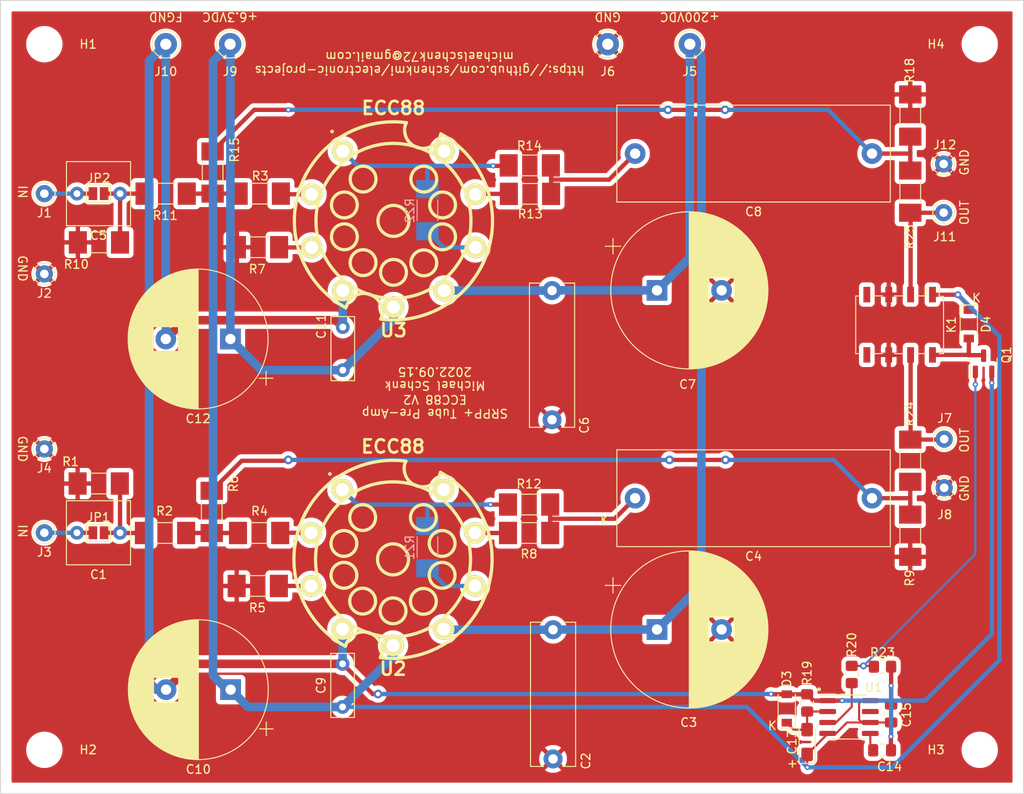
<source format=kicad_pcb>
(kicad_pcb (version 20211014) (generator pcbnew)
  (layers (0 "F.Cu" signal) (31 "B.Cu" signal) (34 "B.Paste" user) (35 "F.Paste" user) (36 "B.SilkS" user "B.Silkscreen") (37 "F.SilkS" user "F.Silkscreen") (38 "B.Mask" user) (39 "F.Mask" user) (44 "Edge.Cuts" user))
  (net 0 "")
  (net 1 "Net-(C1-Pad2)")
  (net 2 "Net-(C1-Pad1)")
  (net 3 "GND")
  (net 4 "VDDA")
  (net 5 "Net-(C4-Pad2)")
  (net 6 "Net-(C4-Pad1)")
  (net 7 "Net-(C8-Pad1)")
  (net 8 "Net-(C5-Pad2)")
  (net 9 "Net-(C5-Pad1)")
  (net 10 "Net-(C8-Pad2)")
  (net 11 "FVCC")
  (net 12 "Net-(R11-Pad1)")
  (net 13 "FGND")
  (net 14 "Net-(R2-Pad1)")
  (net 15 "Net-(R3-Pad2)")
  (net 16 "Net-(R4-Pad2)")
  (net 17 "Net-(C13-Pad2)")
  (net 18 "Net-(C14-Pad1)")
  (net 19 "Net-(D4-Pad2)")
  (net 20 "Net-(J11-Pad1)")
  (net 21 "Net-(Q1-Pad1)")
  (net 22 "Net-(R20-Pad2)")
  (net 23 "Net-(J7-Pad1)")
  (net 27 "Net-(R5-Pad1)")
  (net 28 "Net-(R7-Pad1)")
  (net 29 "Net-(R8-Pad1)")
  (net 30 "Net-(R12-Pad2)")
  (net 31 "Net-(R13-Pad1)")
  (net 32 "Net-(R14-Pad2)")
  (net 33 "Net-(R21-Pad2)")
  (net 34 "Net-(R22-Pad2)")
  (footprint "Capacitor_THT:C_Rect_L7.2mm_W7.2mm_P5.00mm_FKS2_FKP2_MKS2_MKP2" (layer "F.Cu") (at 52.5996 132.9182 180)
    (fp_text reference "C1" (at 2.5 -4.85) (layer "F.SilkS"))
    (fp_text value "3.3uF")
    (pad "1" thru_hole circle (at 0 0 180) (size 1.6 1.6) (drill 0.8) (layers *.Cu *.Mask) (net 2 "Net-(C1-Pad1)"))
    (pad "2" thru_hole circle (at 5 0 180) (size 1.6 1.6) (drill 0.8) (layers *.Cu *.Mask) (net 1 "Net-(C1-Pad2)"))
  )
  (footprint "Capacitor_THT:C_Rect_L16.5mm_W5.0mm_P15.00mm_MKT" (layer "F.Cu") (at 102.87 144.1704 -90)
    (fp_text reference "C2" (at 15.24 -3.81 90) (layer "F.SilkS"))
    (fp_text value "100nF")
    (pad "1" thru_hole circle (at 0 0 270) (size 2.2 2.2) (drill 1.1) (layers *.Cu *.Mask) (net 4 "VDDA"))
    (pad "2" thru_hole circle (at 15 0 270) (size 2.2 2.2) (drill 1.1) (layers *.Cu *.Mask) (net 3 "GND"))
  )
  (footprint "Capacitor_THT:CP_Radial_D18.0mm_P7.50mm" (layer "F.Cu") (at 114.935 144.145)
    (fp_text reference "C3" (at 3.683 10.795) (layer "F.SilkS"))
    (fp_text value "100uF")
    (pad "1" thru_hole rect (at 0 0) (size 2.4 2.4) (drill 1.2) (layers *.Cu *.Mask) (net 4 "VDDA"))
    (pad "2" thru_hole circle (at 7.5 0) (size 2.4 2.4) (drill 1.2) (layers *.Cu *.Mask) (net 3 "GND"))
  )
  (footprint "Capacitor_THT:C_Rect_L31.5mm_W11.0mm_P27.50mm_MKS4" (layer "F.Cu") (at 139.895 128.905 180)
    (fp_text reference "C4" (at 13.75 -6.75) (layer "F.SilkS"))
    (fp_text value "2.2uF")
    (pad "1" thru_hole circle (at 0 0 180) (size 2.4 2.4) (drill 1.2) (layers *.Cu *.Mask) (net 6 "Net-(C4-Pad1)"))
    (pad "2" thru_hole circle (at 27.5 0 180) (size 2.4 2.4) (drill 1.2) (layers *.Cu *.Mask) (net 5 "Net-(C4-Pad2)"))
  )
  (footprint "MountingHole:MountingHole_3.2mm_M3" (layer "F.Cu") (at 43.815 76.2)
    (fp_text reference "H1" (at 5.08 0) (layer "F.SilkS"))
    (fp_text value "MountingHole")
    (pad "" np_thru_hole circle (at 0 0) (size 3.2 3.2) (drill 3.2) (layers *.Cu *.Mask))
  )
  (footprint "MountingHole:MountingHole_3.2mm_M3" (layer "F.Cu") (at 43.815 158.115)
    (fp_text reference "H2" (at 5.08 0) (layer "F.SilkS"))
    (fp_text value "MountingHole")
    (pad "" np_thru_hole circle (at 0 0) (size 3.2 3.2) (drill 3.2) (layers *.Cu *.Mask))
  )
  (footprint "MountingHole:MountingHole_3.2mm_M3" (layer "F.Cu") (at 152.4 158.115)
    (fp_text reference "H3" (at -5.08 0) (layer "F.SilkS"))
    (fp_text value "MountingHole")
    (pad "" np_thru_hole circle (at 0 0) (size 3.2 3.2) (drill 3.2) (layers *.Cu *.Mask))
  )
  (footprint "MountingHole:MountingHole_3.2mm_M3" (layer "F.Cu") (at 152.4 76.2)
    (fp_text reference "H4" (at -5.08 0) (layer "F.SilkS"))
    (fp_text value "MountingHole")
    (pad "" np_thru_hole circle (at 0 0) (size 3.2 3.2) (drill 3.2) (layers *.Cu *.Mask))
  )
  (footprint "Connector_Pin:Pin_D1.0mm_L10.0mm" (layer "F.Cu") (at 43.815 132.9182)
    (fp_text reference "J3" (at 0 2.25) (layer "F.SilkS"))
    (fp_text value "Conn_01x01")
    (pad "1" thru_hole circle (at 0 0) (size 2 2) (drill 1) (layers *.Cu *.Mask) (net 1 "Net-(C1-Pad2)"))
  )
  (footprint "Connector_Pin:Pin_D1.0mm_L10.0mm" (layer "F.Cu") (at 43.815 123.19)
    (fp_text reference "J4" (at 0 2.25) (layer "F.SilkS"))
    (fp_text value "Conn_01x01")
    (pad "1" thru_hole circle (at 0 0) (size 2 2) (drill 1) (layers *.Cu *.Mask) (net 3 "GND"))
  )
  (footprint "Connector_Pin:Pin_D1.3mm_L11.0mm" (layer "F.Cu") (at 118.745 76.2)
    (fp_text reference "J5" (at 0 3.175) (layer "F.SilkS"))
    (fp_text value "Conn_01x01")
    (pad "1" thru_hole circle (at 0 0) (size 2.6 2.6) (drill 1.3) (layers *.Cu *.Mask) (net 4 "VDDA"))
  )
  (footprint "Connector_Pin:Pin_D1.3mm_L11.0mm" (layer "F.Cu") (at 109.22 76.2)
    (fp_text reference "J6" (at 0 3.175) (layer "F.SilkS"))
    (fp_text value "Conn_01x01")
    (pad "1" thru_hole circle (at 0 0) (size 2.6 2.6) (drill 1.3) (layers *.Cu *.Mask) (net 3 "GND"))
  )
  (footprint "Connector_Pin:Pin_D1.0mm_L10.0mm" (layer "F.Cu") (at 148.2725 127.6985)
    (fp_text reference "J8" (at 0.0635 3.1115) (layer "F.SilkS"))
    (fp_text value "Conn_01x01")
    (pad "1" thru_hole circle (at 0 0) (size 2 2) (drill 1) (layers *.Cu *.Mask) (net 3 "GND"))
  )
  (footprint "Resistor_SMD:R_MELF_MMB-0207" (layer "F.Cu") (at 50.128 127.2032 180)
    (fp_text reference "R1" (at 3.265 2.54) (layer "F.SilkS"))
    (fp_text value "1Meg")
    (pad "1" smd rect (at -2.45 0 180) (size 2.1 2.6) (layers "F.Cu" "F.Paste" "F.Mask") (net 2 "Net-(C1-Pad1)"))
    (pad "2" smd rect (at 2.45 0 180) (size 2.1 2.6) (layers "F.Cu" "F.Paste" "F.Mask") (net 3 "GND"))
  )
  (footprint "Resistor_SMD:R_MELF_MMB-0207" (layer "F.Cu") (at 57.822 132.9436 180)
    (fp_text reference "R2" (at 0.05 2.54) (layer "F.SilkS"))
    (fp_text value "10k")
    (pad "1" smd rect (at -2.45 0 180) (size 2.1 2.6) (layers "F.Cu" "F.Paste" "F.Mask") (net 14 "Net-(R2-Pad1)"))
    (pad "2" smd rect (at 2.45 0 180) (size 2.1 2.6) (layers "F.Cu" "F.Paste" "F.Mask") (net 2 "Net-(C1-Pad1)"))
  )
  (footprint "Resistor_SMD:R_MELF_MMB-0207" (layer "F.Cu") (at 68.8224 93.55)
    (fp_text reference "R3" (at 0.05 -2.05) (layer "F.SilkS"))
    (fp_text value "300R")
    (pad "1" smd rect (at -2.45 0) (size 2.1 2.6) (layers "F.Cu" "F.Paste" "F.Mask") (net 12 "Net-(R11-Pad1)"))
    (pad "2" smd rect (at 2.45 0) (size 2.1 2.6) (layers "F.Cu" "F.Paste" "F.Mask") (net 15 "Net-(R3-Pad2)"))
  )
  (footprint "Resistor_SMD:R_MELF_MMB-0207" (layer "F.Cu") (at 68.744 132.9436)
    (fp_text reference "R4" (at 0.05 -2.54) (layer "F.SilkS"))
    (fp_text value "300R")
    (pad "1" smd rect (at -2.45 0) (size 2.1 2.6) (layers "F.Cu" "F.Paste" "F.Mask") (net 14 "Net-(R2-Pad1)"))
    (pad "2" smd rect (at 2.45 0) (size 2.1 2.6) (layers "F.Cu" "F.Paste" "F.Mask") (net 16 "Net-(R4-Pad2)"))
  )
  (footprint "Resistor_SMD:R_MELF_MMB-0207" (layer "F.Cu") (at 68.5916 139.0904 180)
    (fp_text reference "R5" (at 0.05 -2.54) (layer "F.SilkS"))
    (fp_text value "200R")
    (pad "1" smd rect (at -2.45 0 180) (size 2.1 2.6) (layers "F.Cu" "F.Paste" "F.Mask") (net 27 "Net-(R5-Pad1)"))
    (pad "2" smd rect (at 2.45 0 180) (size 2.1 2.6) (layers "F.Cu" "F.Paste" "F.Mask") (net 3 "GND"))
  )
  (footprint "Resistor_SMD:R_MELF_MMB-0207" (layer "F.Cu") (at 63.246 130.4936 -90)
    (fp_text reference "R6" (at -3.265 -2.54 90) (layer "F.SilkS"))
    (fp_text value "22k")
    (pad "1" smd rect (at -2.45 0 270) (size 2.1 2.6) (layers "F.Cu" "F.Paste" "F.Mask") (net 6 "Net-(C4-Pad1)"))
    (pad "2" smd rect (at 2.45 0 270) (size 2.1 2.6) (layers "F.Cu" "F.Paste" "F.Mask") (net 14 "Net-(R2-Pad1)"))
  )
  (footprint "Resistor_SMD:R_MELF_MMB-0207" (layer "F.Cu") (at 68.617 99.7712 180)
    (fp_text reference "R7" (at 0.09 -2.54) (layer "F.SilkS"))
    (fp_text value "200R")
    (pad "1" smd rect (at -2.45 0 180) (size 2.1 2.6) (layers "F.Cu" "F.Paste" "F.Mask") (net 28 "Net-(R7-Pad1)"))
    (pad "2" smd rect (at 2.45 0 180) (size 2.1 2.6) (layers "F.Cu" "F.Paste" "F.Mask") (net 3 "GND"))
  )
  (footprint "Resistor_SMD:R_MELF_MMB-0207" (layer "F.Cu") (at 100.0876 132.9436)
    (fp_text reference "R8" (at -0.0116 2.4384) (layer "F.SilkS"))
    (fp_text value "150R")
    (pad "1" smd rect (at -2.45 0) (size 2.1 2.6) (layers "F.Cu" "F.Paste" "F.Mask") (net 29 "Net-(R8-Pad1)"))
    (pad "2" smd rect (at 2.45 0) (size 2.1 2.6) (layers "F.Cu" "F.Paste" "F.Mask") (net 5 "Net-(C4-Pad2)"))
  )
  (footprint "Resistor_SMD:R_MELF_MMB-0207" (layer "F.Cu") (at 144.3355 133.26 90)
    (fp_text reference "R9" (at -4.916 -0.0635 90) (layer "F.SilkS"))
    (fp_text value "1Meg")
    (pad "1" smd rect (at -2.45 0 90) (size 2.1 2.6) (layers "F.Cu" "F.Paste" "F.Mask") (net 3 "GND"))
    (pad "2" smd rect (at 2.45 0 90) (size 2.1 2.6) (layers "F.Cu" "F.Paste" "F.Mask") (net 6 "Net-(C4-Pad1)"))
  )
  (footprint "Capacitor_THT:C_Rect_L7.2mm_W7.2mm_P5.00mm_FKS2_FKP2_MKS2_MKP2" (layer "F.Cu") (at 52.6034 93.5482 180)
    (fp_text reference "C5" (at 2.5 -4.85) (layer "F.SilkS"))
    (fp_text value "3.3uF")
    (pad "1" thru_hole circle (at 0 0 180) (size 1.6 1.6) (drill 0.8) (layers *.Cu *.Mask) (net 9 "Net-(C5-Pad1)"))
    (pad "2" thru_hole circle (at 5 0 180) (size 1.6 1.6) (drill 0.8) (layers *.Cu *.Mask) (net 8 "Net-(C5-Pad2)"))
  )
  (footprint "Capacitor_THT:C_Rect_L16.5mm_W5.0mm_P15.00mm_MKT" (layer "F.Cu") (at 102.75 104.8 -90)
    (fp_text reference "C6" (at 15.635 -3.75 90) (layer "F.SilkS"))
    (fp_text value "100nF")
    (pad "1" thru_hole circle (at 0 0 270) (size 2.2 2.2) (drill 1.1) (layers *.Cu *.Mask) (net 4 "VDDA"))
    (pad "2" thru_hole circle (at 15 0 270) (size 2.2 2.2) (drill 1.1) (layers *.Cu *.Mask) (net 3 "GND"))
  )
  (footprint "Capacitor_THT:CP_Radial_D18.0mm_P7.50mm" (layer "F.Cu") (at 114.935 104.775)
    (fp_text reference "C7" (at 3.556 10.922) (layer "F.SilkS"))
    (fp_text value "100uF")
    (pad "1" thru_hole rect (at 0 0) (size 2.4 2.4) (drill 1.2) (layers *.Cu *.Mask) (net 4 "VDDA"))
    (pad "2" thru_hole circle (at 7.5 0) (size 2.4 2.4) (drill 1.2) (layers *.Cu *.Mask) (net 3 "GND"))
  )
  (footprint "Capacitor_THT:C_Rect_L31.5mm_W11.0mm_P27.50mm_MKS4" (layer "F.Cu") (at 139.895 88.9 180)
    (fp_text reference "C8" (at 13.75 -6.75) (layer "F.SilkS"))
    (fp_text value "2.2uF")
    (pad "1" thru_hole circle (at 0 0 180) (size 2.4 2.4) (drill 1.2) (layers *.Cu *.Mask) (net 7 "Net-(C8-Pad1)"))
    (pad "2" thru_hole circle (at 27.5 0 180) (size 2.4 2.4) (drill 1.2) (layers *.Cu *.Mask) (net 10 "Net-(C8-Pad2)"))
  )
  (footprint "Connector_Pin:Pin_D1.0mm_L10.0mm" (layer "F.Cu") (at 43.815 93.5482)
    (fp_text reference "J1" (at 0 2.25) (layer "F.SilkS"))
    (fp_text value "Conn_01x01")
    (pad "1" thru_hole circle (at 0 0) (size 2 2) (drill 1) (layers *.Cu *.Mask) (net 8 "Net-(C5-Pad2)"))
  )
  (footprint "Connector_Pin:Pin_D1.0mm_L10.0mm" (layer "F.Cu") (at 43.815 102.87)
    (fp_text reference "J2" (at 0 2.25) (layer "F.SilkS"))
    (fp_text value "Conn_01x01")
    (pad "1" thru_hole circle (at 0 0) (size 2 2) (drill 1) (layers *.Cu *.Mask) (net 3 "GND"))
  )
  (footprint "Connector_Pin:Pin_D1.3mm_L11.0mm" (layer "F.Cu") (at 65.3796 76.2)
    (fp_text reference "J9" (at 0 3.175) (layer "F.SilkS"))
    (fp_text value "Conn_01x01")
    (pad "1" thru_hole circle (at 0 0) (size 2.6 2.6) (drill 1.3) (layers *.Cu *.Mask) (net 11 "FVCC"))
  )
  (footprint "Connector_Pin:Pin_D1.3mm_L11.0mm" (layer "F.Cu") (at 57.912 76.2)
    (fp_text reference "J10" (at 0 3.175) (layer "F.SilkS"))
    (fp_text value "Conn_01x01")
    (pad "1" thru_hole circle (at 0 0) (size 2.6 2.6) (drill 1.3) (layers *.Cu *.Mask) (net 13 "FGND"))
  )
  (footprint "Connector_Pin:Pin_D1.0mm_L10.0mm" (layer "F.Cu") (at 148.209 95.758)
    (fp_text reference "J11" (at 0.127 2.794) (layer "F.SilkS"))
    (fp_text value "Conn_01x01")
    (pad "1" thru_hole circle (at 0 0) (size 2 2) (drill 1) (layers *.Cu *.Mask) (net 20 "Net-(J11-Pad1)"))
  )
  (footprint "Connector_Pin:Pin_D1.0mm_L10.0mm" (layer "F.Cu") (at 148.209 90.1065)
    (fp_text reference "J12" (at 0.127 -2.2225) (layer "F.SilkS"))
    (fp_text value "Conn_01x01")
    (pad "1" thru_hole circle (at 0 0) (size 2 2) (drill 1) (layers *.Cu *.Mask) (net 3 "GND"))
  )
  (footprint "Resistor_SMD:R_MELF_MMB-0207" (layer "F.Cu") (at 50.1534 99.2124 180)
    (fp_text reference "R10" (at 2.63 -2.54) (layer "F.SilkS"))
    (fp_text value "1Meg")
    (pad "1" smd rect (at -2.45 0 180) (size 2.1 2.6) (layers "F.Cu" "F.Paste" "F.Mask") (net 9 "Net-(C5-Pad1)"))
    (pad "2" smd rect (at 2.45 0 180) (size 2.1 2.6) (layers "F.Cu" "F.Paste" "F.Mask") (net 3 "GND"))
  )
  (footprint "Resistor_SMD:R_MELF_MMB-0207" (layer "F.Cu") (at 57.8982 93.5482 180)
    (fp_text reference "R11" (at 0.05 -2.54) (layer "F.SilkS"))
    (fp_text value "10k")
    (pad "1" smd rect (at -2.45 0 180) (size 2.1 2.6) (layers "F.Cu" "F.Paste" "F.Mask") (net 12 "Net-(R11-Pad1)"))
    (pad "2" smd rect (at 2.45 0 180) (size 2.1 2.6) (layers "F.Cu" "F.Paste" "F.Mask") (net 9 "Net-(C5-Pad1)"))
  )
  (footprint "Resistor_SMD:R_MELF_MMB-0207" (layer "F.Cu") (at 100.0876 129.6416 180)
    (fp_text reference "R12" (at 0.0116 2.3876) (layer "F.SilkS"))
    (fp_text value "50.1R")
    (pad "1" smd rect (at -2.45 0 180) (size 2.1 2.6) (layers "F.Cu" "F.Paste" "F.Mask") (net 5 "Net-(C4-Pad2)"))
    (pad "2" smd rect (at 2.45 0 180) (size 2.1 2.6) (layers "F.Cu" "F.Paste" "F.Mask") (net 30 "Net-(R12-Pad2)"))
  )
  (footprint "Resistor_SMD:R_MELF_MMB-0207" (layer "F.Cu") (at 100.1892 93.5736)
    (fp_text reference "R13" (at 0.0392 2.3368) (layer "F.SilkS"))
    (fp_text value "150R")
    (pad "1" smd rect (at -2.45 0) (size 2.1 2.6) (layers "F.Cu" "F.Paste" "F.Mask") (net 31 "Net-(R13-Pad1)"))
    (pad "2" smd rect (at 2.45 0) (size 2.1 2.6) (layers "F.Cu" "F.Paste" "F.Mask") (net 10 "Net-(C8-Pad2)"))
  )
  (footprint "Resistor_SMD:R_MELF_MMB-0207" (layer "F.Cu") (at 100.166 90.2716 180)
    (fp_text reference "R14" (at 0.0392 2.286) (layer "F.SilkS"))
    (fp_text value "50.1R")
    (pad "1" smd rect (at -2.45 0 180) (size 2.1 2.6) (layers "F.Cu" "F.Paste" "F.Mask") (net 10 "Net-(C8-Pad2)"))
    (pad "2" smd rect (at 2.45 0 180) (size 2.1 2.6) (layers "F.Cu" "F.Paste" "F.Mask") (net 32 "Net-(R14-Pad2)"))
  )
  (footprint "Resistor_SMD:R_MELF_MMB-0207" (layer "F.Cu") (at 63.3476 91.1 -90)
    (fp_text reference "R15" (at -2.63 -2.54 90) (layer "F.SilkS"))
    (fp_text value "22k")
    (pad "1" smd rect (at -2.45 0 270) (size 2.1 2.6) (layers "F.Cu" "F.Paste" "F.Mask") (net 7 "Net-(C8-Pad1)"))
    (pad "2" smd rect (at 2.45 0 270) (size 2.1 2.6) (layers "F.Cu" "F.Paste" "F.Mask") (net 12 "Net-(R11-Pad1)"))
  )
  (footprint "Resistor_SMD:R_MELF_MMB-0207" (layer "F.Cu") (at 144.3355 84.4815 90)
    (fp_text reference "R18" (at 5.2335 -0.0635 90) (layer "F.SilkS"))
    (fp_text value "1Meg")
    (pad "1" smd rect (at -2.45 0 90) (size 2.1 2.6) (layers "F.Cu" "F.Paste" "F.Mask") (net 7 "Net-(C8-Pad1)"))
    (pad "2" smd rect (at 2.45 0 90) (size 2.1 2.6) (layers "F.Cu" "F.Paste" "F.Mask") (net 3 "GND"))
  )
  (footprint "Capacitor_THT:C_Rect_L7.2mm_W2.5mm_P5.00mm_FKS2_FKP2_MKS2_MKP2" (layer "F.Cu") (at 78.4352 153.1366 90)
    (fp_text reference "C9" (at 2.5 -2.5 90) (layer "F.SilkS"))
    (fp_text value "100nF")
    (pad "1" thru_hole circle (at 0 0 90) (size 1.6 1.6) (drill 0.8) (layers *.Cu *.Mask) (net 11 "FVCC"))
    (pad "2" thru_hole circle (at 5 0 90) (size 1.6 1.6) (drill 0.8) (layers *.Cu *.Mask) (net 13 "FGND"))
  )
  (footprint "Capacitor_THT:CP_Radial_D16.0mm_P7.50mm" (layer "F.Cu") (at 65.439617 151.13 180)
    (fp_text reference "C10" (at 3.75 -9.25) (layer "F.SilkS"))
    (fp_text value "2200uF")
    (pad "1" thru_hole rect (at 0 0 180) (size 2.4 2.4) (drill 1.2) (layers *.Cu *.Mask) (net 11 "FVCC"))
    (pad "2" thru_hole circle (at 7.5 0 180) (size 2.4 2.4) (drill 1.2) (layers *.Cu *.Mask) (net 13 "FGND"))
  )
  (footprint "Capacitor_THT:C_Rect_L7.2mm_W2.5mm_P5.00mm_FKS2_FKP2_MKS2_MKP2" (layer "F.Cu") (at 78.4606 114.0422 90)
    (fp_text reference "C11" (at 5.08 -2.5 90) (layer "F.SilkS"))
    (fp_text value "100nF")
    (pad "1" thru_hole circle (at 0 0 90) (size 1.6 1.6) (drill 0.8) (layers *.Cu *.Mask) (net 11 "FVCC"))
    (pad "2" thru_hole circle (at 5 0 90) (size 1.6 1.6) (drill 0.8) (layers *.Cu *.Mask) (net 13 "FGND"))
  )
  (footprint "Capacitor_THT:CP_Radial_D16.0mm_P7.50mm" (layer "F.Cu") (at 65.414217 110.424512 180)
    (fp_text reference "C12" (at 3.75 -9.25) (layer "F.SilkS"))
    (fp_text value "2200uF")
    (pad "1" thru_hole rect (at 0 0 180) (size 2.4 2.4) (drill 1.2) (layers *.Cu *.Mask) (net 11 "FVCC"))
    (pad "2" thru_hole circle (at 7.5 0 180) (size 2.4 2.4) (drill 1.2) (layers *.Cu *.Mask) (net 13 "FGND"))
  )
  (footprint "Relay_SMD:Relay_DPDT_Omron_G6K-2F" (layer "F.Cu") (at 143.1036 108.768 -90)
    (fp_text reference "K1" (at 0 -6 -90) (layer "F.SilkS"))
    (fp_text value "G6K-2F-TR DC6")
    (pad "1" smd rect (at -3.5 -3.81 270) (size 1.8 0.8) (layers "F.Cu" "F.Paste" "F.Mask") (net 11 "FVCC"))
    (pad "2" smd rect (at -3.5 -1.27 270) (size 1.8 0.8) (layers "F.Cu" "F.Paste" "F.Mask") (net 20 "Net-(J11-Pad1)"))
    (pad "3" smd rect (at -3.5 1.27 270) (size 1.8 0.8) (layers "F.Cu" "F.Paste" "F.Mask") (net 3 "GND"))
    (pad "4" smd rect (at -3.5 3.81 270) (size 1.8 0.8) (layers "F.Cu" "F.Paste" "F.Mask"))
    (pad "5" smd rect (at 3.5 3.81 270) (size 1.8 0.8) (layers "F.Cu" "F.Paste" "F.Mask"))
    (pad "6" smd rect (at 3.5 1.27 270) (size 1.8 0.8) (layers "F.Cu" "F.Paste" "F.Mask") (net 3 "GND"))
    (pad "7" smd rect (at 3.5 -1.27 270) (size 1.8 0.8) (layers "F.Cu" "F.Paste" "F.Mask") (net 23 "Net-(J7-Pad1)"))
    (pad "8" smd rect (at 3.5 -3.81 270) (size 1.8 0.8) (layers "F.Cu" "F.Paste" "F.Mask") (net 19 "Net-(D4-Pad2)"))
  )
  (footprint "Capacitor_Tantalum_SMD:CP_EIA-3216-12_Kemet-S_Pad1.58x1.35mm_HandSolder" (layer "F.Cu") (at 132.3594 157.2109 90)
    (fp_text reference "C13" (at 0 -1.75 90) (layer "F.SilkS"))
    (fp_text value "15uF/25V")
    (pad "1" smd roundrect (at -1.4375 0 90) (size 1.575 1.35) (layers "F.Cu" "F.Paste" "F.Mask") (roundrect_rratio 0.1851851852) (net 11 "FVCC"))
    (pad "2" smd roundrect (at 1.4375 0 90) (size 1.575 1.35) (layers "F.Cu" "F.Paste" "F.Mask") (roundrect_rratio 0.1851851852) (net 17 "Net-(C13-Pad2)"))
  )
  (footprint "Capacitor_SMD:C_0805_2012Metric_Pad1.18x1.45mm_HandSolder" (layer "F.Cu") (at 141.0677 158.1658)
    (fp_text reference "C14" (at 0.8675 1.905) (layer "F.SilkS"))
    (fp_text value "100nF/50V")
    (pad "1" smd roundrect (at -1.0375 0) (size 1.175 1.45) (layers "F.Cu" "F.Paste" "F.Mask") (roundrect_rratio 0.2127659574) (net 18 "Net-(C14-Pad1)"))
    (pad "2" smd roundrect (at 1.0375 0) (size 1.175 1.45) (layers "F.Cu" "F.Paste" "F.Mask") (roundrect_rratio 0.2127659574) (net 13 "FGND"))
  )
  (footprint "Capacitor_SMD:C_0805_2012Metric_Pad1.18x1.45mm_HandSolder" (layer "F.Cu") (at 142.113 153.9025 90)
    (fp_text reference "C15" (at -0.1485 1.778 90) (layer "F.SilkS"))
    (fp_text value "100nF/50V")
    (pad "1" smd roundrect (at -1.0375 0 90) (size 1.175 1.45) (layers "F.Cu" "F.Paste" "F.Mask") (roundrect_rratio 0.2127659574) (net 11 "FVCC"))
    (pad "2" smd roundrect (at 1.0375 0 90) (size 1.175 1.45) (layers "F.Cu" "F.Paste" "F.Mask") (roundrect_rratio 0.2127659574) (net 13 "FGND"))
  )
  (footprint "Diode_SMD:D_SOD-123" (layer "F.Cu") (at 129.9972 153.3134 90)
    (fp_text reference "D3" (at 3.429 0 90) (layer "F.SilkS"))
    (fp_text value "1N4148W")
    (pad "1" smd rect (at -1.65 0 90) (size 0.9 1.2) (layers "F.Cu" "F.Paste" "F.Mask") (net 17 "Net-(C13-Pad2)"))
    (pad "2" smd rect (at 1.65 0 90) (size 0.9 1.2) (layers "F.Cu" "F.Paste" "F.Mask") (net 13 "FGND"))
  )
  (footprint "Diode_SMD:D_SOD-123" (layer "F.Cu") (at 151.13 108.712 -90)
    (fp_text reference "D4" (at 0 -2 90) (layer "F.SilkS"))
    (fp_text value "1N4148W")
    (pad "1" smd rect (at -1.65 0 270) (size 0.9 1.2) (layers "F.Cu" "F.Paste" "F.Mask") (net 11 "FVCC"))
    (pad "2" smd rect (at 1.65 0 270) (size 0.9 1.2) (layers "F.Cu" "F.Paste" "F.Mask") (net 19 "Net-(D4-Pad2)"))
  )
  (footprint "Package_TO_SOT_SMD:SOT-23" (layer "F.Cu") (at 152.847 113.3 90)
    (fp_text reference "Q1" (at 1.032 2.667 90) (layer "F.SilkS"))
    (fp_text value "MMBT3904")
    (pad "1" smd roundrect (at -0.9375 -0.95 90) (size 1.475 0.6) (layers "F.Cu" "F.Paste" "F.Mask") (net 21 "Net-(Q1-Pad1)"))
    (pad "2" smd roundrect (at -0.9375 0.95 90) (size 1.475 0.6) (layers "F.Cu" "F.Paste" "F.Mask") (net 13 "FGND"))
    (pad "3" smd roundrect (at 0.9375 0 90) (size 1.475 0.6) (layers "F.Cu" "F.Paste" "F.Mask") (net 19 "Net-(D4-Pad2)"))
  )
  (footprint "Resistor_SMD:R_0805_2012Metric_Pad1.20x1.40mm_HandSolder" (layer "F.Cu") (at 132.3594 152.67 90)
    (fp_text reference "R19" (at 3.445 0 90) (layer "F.SilkS"))
    (fp_text value "2Meg")
    (pad "1" smd roundrect (at -1 0 90) (size 1.2 1.4) (layers "F.Cu" "F.Paste" "F.Mask") (roundrect_rratio 0.2083333333) (net 17 "Net-(C13-Pad2)"))
    (pad "2" smd roundrect (at 1 0 90) (size 1.2 1.4) (layers "F.Cu" "F.Paste" "F.Mask") (roundrect_rratio 0.2083333333) (net 13 "FGND"))
  )
  (footprint "Resistor_SMD:R_0805_2012Metric_Pad1.20x1.40mm_HandSolder" (layer "F.Cu") (at 137.541 149.368 -90)
    (fp_text reference "R20" (at -3.445 0 90) (layer "F.SilkS"))
    (fp_text value "2.49k")
    (pad "1" smd roundrect (at -1 0 270) (size 1.2 1.4) (layers "F.Cu" "F.Paste" "F.Mask") (roundrect_rratio 0.2083333333) (net 21 "Net-(Q1-Pad1)"))
    (pad "2" smd roundrect (at 1 0 270) (size 1.2 1.4) (layers "F.Cu" "F.Paste" "F.Mask") (roundrect_rratio 0.2083333333) (net 22 "Net-(R20-Pad2)"))
  )
  (footprint "Resistor_SMD:R_0805_2012Metric_Pad1.20x1.40mm_HandSolder" (layer "F.Cu") (at 141.113 148.463)
    (fp_text reference "R23" (at 0 -1.65) (layer "F.SilkS"))
    (fp_text value "2.49k")
    (pad "1" smd roundrect (at -1 0) (size 1.2 1.4) (layers "F.Cu" "F.Paste" "F.Mask") (roundrect_rratio 0.2083333333) (net 21 "Net-(Q1-Pad1)"))
    (pad "2" smd roundrect (at 1 0) (size 1.2 1.4) (layers "F.Cu" "F.Paste" "F.Mask") (roundrect_rratio 0.2083333333) (net 13 "FGND"))
  )
  (footprint "Package_SO:SOIC-8_3.9x4.9mm_P1.27mm" (layer "F.Cu") (at 137.222 154.305)
    (fp_text reference "U1" (at 2.859 -3.429) (layer "F.SilkS"))
    (fp_text value "TLC555xD")
    (pad "1" smd roundrect (at -2.475 -1.905) (size 1.95 0.6) (layers "F.Cu" "F.Paste" "F.Mask") (net 13 "FGND"))
    (pad "2" smd roundrect (at -2.475 -0.635) (size 1.95 0.6) (layers "F.Cu" "F.Paste" "F.Mask") (net 17 "Net-(C13-Pad2)"))
    (pad "3" smd roundrect (at -2.475 0.635) (size 1.95 0.6) (layers "F.Cu" "F.Paste" "F.Mask") (net 22 "Net-(R20-Pad2)"))
    (pad "4" smd roundrect (at -2.475 1.905) (size 1.95 0.6) (layers "F.Cu" "F.Paste" "F.Mask") (net 11 "FVCC"))
    (pad "5" smd roundrect (at 2.475 1.905) (size 1.95 0.6) (layers "F.Cu" "F.Paste" "F.Mask") (net 18 "Net-(C14-Pad1)"))
    (pad "6" smd roundrect (at 2.475 0.635) (size 1.95 0.6) (layers "F.Cu" "F.Paste" "F.Mask") (net 11 "FVCC"))
    (pad "7" smd roundrect (at 2.475 -0.635) (size 1.95 0.6) (layers "F.Cu" "F.Paste" "F.Mask"))
    (pad "8" smd roundrect (at 2.475 -1.905) (size 1.95 0.6) (layers "F.Cu" "F.Paste" "F.Mask") (net 11 "FVCC"))
  )
  (footprint "Resistor_SMD:R_MELF_MMB-0207" (layer "F.Cu") (at 144.3355 124.55 -90)
    (fp_text reference "R24" (at -5.424 0.0635 90) (layer "F.SilkS"))
    (fp_text value "470R")
    (pad "1" smd rect (at -2.45 0 270) (size 2.1 2.6) (layers "F.Cu" "F.Paste" "F.Mask") (net 23 "Net-(J7-Pad1)"))
    (pad "2" smd rect (at 2.45 0 270) (size 2.1 2.6) (layers "F.Cu" "F.Paste" "F.Mask") (net 6 "Net-(C4-Pad1)"))
  )
  (footprint "Resistor_SMD:R_MELF_MMB-0207" (layer "F.Cu") (at 144.3355 93.3185 90)
    (fp_text reference "R25" (at -5.2335 -0.0635 90) (layer "F.SilkS"))
    (fp_text value "470R")
    (pad "1" smd rect (at -2.45 0 90) (size 2.1 2.6) (layers "F.Cu" "F.Paste" "F.Mask") (net 20 "Net-(J11-Pad1)"))
    (pad "2" smd rect (at 2.45 0 90) (size 2.1 2.6) (layers "F.Cu" "F.Paste" "F.Mask") (net 7 "Net-(C8-Pad1)"))
  )
  (footprint "Connector_Pin:Pin_D1.0mm_L10.0mm" (layer "F.Cu") (at 148.2725 122.047)
    (fp_text reference "J7" (at 0.0635 -2.413) (layer "F.SilkS"))
    (fp_text value "Conn_01x01")
    (pad "1" thru_hole circle (at 0 0) (size 2 2) (drill 1) (layers *.Cu *.Mask) (net 23 "Net-(J7-Pad1)"))
  )
  (footprint "Jumper:SolderJumper-2_P1.3mm_Open_Pad1.0x1.5mm" (layer "F.Cu") (at 50.0996 132.9182)
    (fp_text reference "JP1" (at 0 -1.8) (layer "F.SilkS"))
    (fp_text value "SolderJumper_2_Open")
    (pad "1" smd rect (at -0.65 0) (size 1 1.5) (layers "F.Cu" "F.Mask") (net 1 "Net-(C1-Pad2)"))
    (pad "2" smd rect (at 0.65 0) (size 1 1.5) (layers "F.Cu" "F.Mask") (net 2 "Net-(C1-Pad1)"))
  )
  (footprint "Jumper:SolderJumper-2_P1.3mm_Open_Pad1.0x1.5mm" (layer "F.Cu") (at 50.1034 93.5482)
    (fp_text reference "JP2" (at 0 -1.8) (layer "F.SilkS"))
    (fp_text value "SolderJumper_2_Open")
    (pad "1" smd rect (at -0.65 0) (size 1 1.5) (layers "F.Cu" "F.Mask") (net 8 "Net-(C5-Pad2)"))
    (pad "2" smd rect (at 0.65 0) (size 1 1.5) (layers "F.Cu" "F.Mask") (net 9 "Net-(C5-Pad1)"))
  )
  (footprint "kicad-snk:TubeNoval-ECC88" (layer "F.Cu") (at 84.29244 136.0043 180)
    (fp_text reference "U2" (at 0 -12.7) (layer "F.SilkS") (effects (font (size 1.524 1.524) (thickness 0.3048))))
    (fp_text value "ECC88" (at 0 13.09878) (layer "F.SilkS") (effects (font (size 1.524 1.524) (thickness 0.3048))))
    (pad "1" thru_hole circle locked (at 5.87756 8.0899 180) (size 2.49936 2.49936) (drill 1.4986) (layers *.Cu *.Mask "F.SilkS") (net 30 "Net-(R12-Pad2)"))
    (pad "2" thru_hole circle locked (at 9.50976 3.0861 180) (size 2.49936 2.49936) (drill 1.4986) (layers *.Cu *.Mask "F.SilkS") (net 16 "Net-(R4-Pad2)"))
    (pad "3" thru_hole circle locked (at 9.50976 -3.0861 180) (size 2.49936 2.49936) (drill 1.4986) (layers *.Cu *.Mask "F.SilkS") (net 27 "Net-(R5-Pad1)"))
    (pad "4" thru_hole circle locked (at 5.87756 -8.0899 180) (size 2.49936 2.49936) (drill 1.4986) (layers *.Cu *.Mask "F.SilkS") (net 13 "FGND"))
    (pad "5" thru_hole circle locked (at 0 -9.99998 180) (size 2.49936 2.49936) (drill 1.4986) (layers *.Cu *.Mask "F.SilkS") (net 11 "FVCC"))
    (pad "6" thru_hole circle locked (at -5.87756 -8.0899 180) (size 2.49936 2.49936) (drill 1.4986) (layers *.Cu *.Mask "F.SilkS") (net 4 "VDDA"))
    (pad "7" thru_hole circle locked (at -9.50976 -3.0861 180) (size 2.49936 2.49936) (drill 1.4986) (layers *.Cu *.Mask "F.SilkS") (net 33 "Net-(R21-Pad2)"))
    (pad "8" thru_hole circle locked (at -9.50976 3.0861 180) (size 2.49936 2.49936) (drill 1.4986) (layers *.Cu *.Mask "F.SilkS") (net 29 "Net-(R8-Pad1)"))
    (pad "9" thru_hole circle locked (at -5.87756 8.0899 180) (size 2.49936 2.49936) (drill 1.4986) (layers *.Cu *.Mask "F.SilkS"))
  )
  (footprint "kicad-snk:TubeNoval-ECC88" (layer "F.Cu") (at 84.34324 96.7101 180)
    (fp_text reference "U3" (at 0 -12.7) (layer "F.SilkS") (effects (font (size 1.524 1.524) (thickness 0.3048))))
    (fp_text value "ECC88" (at 0 13.09878) (layer "F.SilkS") (effects (font (size 1.524 1.524) (thickness 0.3048))))
    (pad "1" thru_hole circle locked (at 5.87756 8.0899 180) (size 2.49936 2.49936) (drill 1.4986) (layers *.Cu *.Mask "F.SilkS") (net 32 "Net-(R14-Pad2)"))
    (pad "2" thru_hole circle locked (at 9.50976 3.0861 180) (size 2.49936 2.49936) (drill 1.4986) (layers *.Cu *.Mask "F.SilkS") (net 15 "Net-(R3-Pad2)"))
    (pad "3" thru_hole circle locked (at 9.50976 -3.0861 180) (size 2.49936 2.49936) (drill 1.4986) (layers *.Cu *.Mask "F.SilkS") (net 28 "Net-(R7-Pad1)"))
    (pad "4" thru_hole circle locked (at 5.87756 -8.0899 180) (size 2.49936 2.49936) (drill 1.4986) (layers *.Cu *.Mask "F.SilkS") (net 13 "FGND"))
    (pad "5" thru_hole circle locked (at 0 -9.99998 180) (size 2.49936 2.49936) (drill 1.4986) (layers *.Cu *.Mask "F.SilkS") (net 11 "FVCC"))
    (pad "6" thru_hole circle locked (at -5.87756 -8.0899 180) (size 2.49936 2.49936) (drill 1.4986) (layers *.Cu *.Mask "F.SilkS") (net 4 "VDDA"))
    (pad "7" thru_hole circle locked (at -9.50976 -3.0861 180) (size 2.49936 2.49936) (drill 1.4986) (layers *.Cu *.Mask "F.SilkS") (net 34 "Net-(R22-Pad2)"))
    (pad "8" thru_hole circle locked (at -9.50976 3.0861 180) (size 2.49936 2.49936) (drill 1.4986) (layers *.Cu *.Mask "F.SilkS") (net 31 "Net-(R13-Pad1)"))
    (pad "9" thru_hole circle locked (at -5.87756 8.0899 180) (size 2.49936 2.49936) (drill 1.4986) (layers *.Cu *.Mask "F.SilkS"))
  )
  (footprint "Resistor_SMD:R_MELF_MMB-0207" (layer "B.Cu") (at 88.2904 95.467342 -90)
    (fp_text reference "R22" (at 0.05 2.05 90) (layer "B.SilkS") (effects (justify mirror)))
    (fp_text value "300R")
    (pad "1" smd rect (at -2.45 0 270) (size 2.1 2.6) (layers "B.Cu" "B.Paste" "B.Mask") (net 32 "Net-(R14-Pad2)"))
    (pad "2" smd rect (at 2.45 0 270) (size 2.1 2.6) (layers "B.Cu" "B.Paste" "B.Mask") (net 34 "Net-(R22-Pad2)"))
  )
  (footprint "Resistor_SMD:R_MELF_MMB-0207" (layer "B.Cu") (at 88.2904 134.5808 -90)
    (fp_text reference "R21" (at 0.05 2.05 90) (layer "B.SilkS") (effects (justify mirror)))
    (fp_text value "300R")
    (pad "1" smd rect (at -2.45 0 270) (size 2.1 2.6) (layers "B.Cu" "B.Paste" "B.Mask") (net 30 "Net-(R12-Pad2)"))
    (pad "2" smd rect (at 2.45 0 270) (size 2.1 2.6) (layers "B.Cu" "B.Paste" "B.Mask") (net 33 "Net-(R21-Pad2)"))
  )
  (gr_line (start 38.735 71.12) (end 157.48 71.12) (layer "Edge.Cuts") (width 0.1))
  (gr_line (start 157.48 71.12) (end 157.48 163.195) (layer "Edge.Cuts") (width 0.1))
  (gr_line (start 38.735 163.195) (end 38.735 71.12) (layer "Edge.Cuts") (width 0.1))
  (gr_line (start 157.48 163.195) (end 38.735 163.195) (layer "Edge.Cuts") (width 0.1))
  (gr_text "IN" (at 41.275 132.715 270) (layer "F.SilkS") (effects (font (size 1 1))))
  (gr_text "GND" (at 41.275 123.19 270) (layer "F.SilkS") (effects (font (size 1 1))))
  (gr_text "GND" (at 41.275 102.235 270) (layer "F.SilkS") (effects (font (size 1 1))))
  (gr_text "GND" (at 150.622 89.916 90) (layer "F.SilkS") (effects (font (size 1 1))))
  (gr_text "GND" (at 150.622 127.762 90) (layer "F.SilkS") (effects (font (size 1 1))))
  (gr_text "OUT" (at 150.622 122.174 90) (layer "F.SilkS") (effects (font (size 1 1))))
  (gr_text "OUT" (at 150.622 95.758 90) (layer "F.SilkS") (effects (font (size 1 1))))
  (gr_text "+200VDC" (at 118.745 73.025 180) (layer "F.SilkS") (effects (font (size 1 1))))
  (gr_text "+6.3VDC" (at 65.3796 73.025 180) (layer "F.SilkS") (effects (font (size 1 1))))
  (gr_text "GND" (at 109.22 73.025 180) (layer "F.SilkS") (effects (font (size 1 1))))
  (gr_text "FGND" (at 57.912 73.025 180) (layer "F.SilkS") (effects (font (size 1 1))))
  (gr_text "K" (at 108.839 131.445) (layer "F.SilkS") (effects (font (size 1 1))))
  (gr_text "K" (at 152.019 105.664) (layer "F.SilkS") (effects (font (size 1 1))))
  (gr_text "°" (at 76.962 126.492) (layer "F.SilkS") (effects (font (size 1 1))))
  (gr_text "°" (at 77.216 86.741) (layer "F.SilkS") (effects (font (size 1 1))))
  (gr_text "K" (at 128.3208 155.321) (layer "F.SilkS") (effects (font (size 1 1))))
  (gr_text "°" (at 133.7564 151.4856) (layer "F.SilkS") (effects (font (size 1 1))))
  (gr_text "SRPP+ Tube Pre-Amp\nECC88 V2\nMichael Schenk\n2022.09.15" (at 89.154 116.6368 180) (layer "F.SilkS") (effects (font (size 1 1))))
  (gr_text "IN" (at 41.275 93.345 270) (layer "F.SilkS") (effects (font (size 1 1))))
  (gr_text "https://github.com/schenkmi/electronic-projects\nmichaelschenk72@gmail.com" (at 87.376 78.4352 180) (layer "F.SilkS") (effects (font (size 1 1))))
  (gr_text "+" (at 130.6576 159.6644) (layer "F.SilkS") (effects (font (size 1 1))))
  (segment (start 49.4496 132.9182) (end 47.5996 132.9182) (width 0.5) (layer "F.Cu") (net 1))
  (segment (start 47.5996 132.9182) (end 43.815 132.9182) (width 0.5) (layer "B.Cu") (net 1))
  (segment (start 52.5996 132.9182) (end 50.7496 132.9182) (width 0.5) (layer "F.Cu") (net 2))
  (segment (start 52.5996 132.9182) (end 52.5996 127.2248) (width 0.5) (layer "F.Cu") (net 2))
  (segment (start 55.372 132.9436) (end 52.625 132.9436) (width 0.5) (layer "F.Cu") (net 2))
  (segment (start 102.87 144.1704) (end 90.2462 144.1704) (width 1) (layer "B.Cu") (net 4))
  (segment (start 120.0912 77.5462) (end 118.745 76.2) (width 1) (layer "B.Cu") (net 4))
  (segment (start 114.935 144.145) (end 102.8954 144.145) (width 1) (layer "B.Cu") (net 4))
  (segment (start 114.935 104.775) (end 118.745 100.965) (width 1) (layer "B.Cu") (net 4))
  (segment (start 120.0912 138.9888) (end 120.0912 77.5462) (width 1) (layer "B.Cu") (net 4))
  (segment (start 102.75 104.8) (end 90.2208 104.8) (width 1) (layer "B.Cu") (net 4))
  (segment (start 114.935 104.775) (end 102.775 104.775) (width 1) (layer "B.Cu") (net 4))
  (segment (start 114.935 144.145) (end 120.0912 138.9888) (width 1) (layer "B.Cu") (net 4))
  (segment (start 118.745 100.965) (end 118.745 76.2) (width 1) (layer "B.Cu") (net 4))
  (segment (start 110.0096 131.2904) (end 102.5376 131.2904) (width 0.5) (layer "F.Cu") (net 5))
  (segment (start 102.5376 131.2904) (end 102.5376 129.6416) (width 0.5) (layer "F.Cu") (net 5))
  (segment (start 112.395 128.905) (end 110.0096 131.2904) (width 0.5) (layer "F.Cu") (net 5))
  (segment (start 102.5376 132.9436) (end 102.5376 131.2904) (width 0.5) (layer "F.Cu") (net 5))
  (segment (start 116.3828 124.46) (end 122.8852 124.46) (width 0.5) (layer "F.Cu") (net 6))
  (segment (start 139.895 128.905) (end 144.272 128.905) (width 0.5) (layer "F.Cu") (net 6))
  (segment (start 63.246 128.0436) (end 66.728 124.5616) (width 0.5) (layer "F.Cu") (net 6))
  (segment (start 144.3355 130.81) (end 144.3355 127) (width 0.5) (layer "F.Cu") (net 6))
  (segment (start 66.728 124.5616) (end 72.0344 124.5616) (width 0.5) (layer "F.Cu") (net 6))
  (segment (start 72.0344 124.5616) (end 72.136 124.46) (width 0.5) (layer "F.Cu") (net 6))
  (via (at 122.8852 124.46) (size 1) (drill 0.5) (layers "F.Cu" "B.Cu") (net 6))
  (via (at 116.3828 124.46) (size 1) (drill 0.5) (layers "F.Cu" "B.Cu") (net 6))
  (via (at 72.136 124.46) (size 1) (drill 0.5) (layers "F.Cu" "B.Cu") (net 6))
  (segment (start 122.8852 124.46) (end 135.45 124.46) (width 0.5) (layer "B.Cu") (net 6))
  (segment (start 72.136 124.46) (end 116.205 124.46) (width 0.5) (layer "B.Cu") (net 6))
  (segment (start 135.45 124.46) (end 139.895 128.905) (width 0.5) (layer "B.Cu") (net 6))
  (segment (start 116.205 124.46) (end 116.3828 124.46) (width 0.5) (layer "B.Cu") (net 6))
  (segment (start 144.272 88.9) (end 144.3355 88.8365) (width 0.5) (layer "F.Cu") (net 7))
  (segment (start 68.1776 83.82) (end 72.136 83.82) (width 0.5) (layer "F.Cu") (net 7))
  (segment (start 139.895 88.9) (end 144.272 88.9) (width 0.5) (layer "F.Cu") (net 7))
  (segment (start 116.205 83.82) (end 122.8344 83.82) (width 0.5) (layer "F.Cu") (net 7))
  (segment (start 144.3355 88.8365) (end 144.3355 90.8685) (width 0.5) (layer "F.Cu") (net 7))
  (segment (start 144.3355 86.9315) (end 144.3355 88.8365) (width 0.5) (layer "F.Cu") (net 7))
  (segment (start 63.3476 88.65) (end 68.1776 83.82) (width 0.5) (layer "F.Cu") (net 7))
  (via (at 122.8344 83.82) (size 1) (drill 0.5) (layers "F.Cu" "B.Cu") (net 7))
  (via (at 72.136 83.82) (size 0.6) (drill 0.3) (layers "F.Cu" "B.Cu") (net 7))
  (via (at 116.205 83.82) (size 1) (drill 0.5) (layers "F.Cu" "B.Cu") (net 7))
  (segment (start 116.205 83.82) (end 72.136 83.82) (width 0.5) (layer "B.Cu") (net 7))
  (segment (start 122.8344 83.82) (end 134.815 83.82) (width 0.5) (layer "B.Cu") (net 7))
  (segment (start 139.895 88.9) (end 134.815 83.82) (width 0.5) (layer "B.Cu") (net 7))
  (segment (start 49.4534 93.5482) (end 47.6034 93.5482) (width 0.5) (layer "F.Cu") (net 8))
  (segment (start 47.6034 93.5482) (end 43.815 93.5482) (width 0.5) (layer "B.Cu") (net 8))
  (segment (start 52.6034 93.5482) (end 52.6034 99.2124) (width 0.5) (layer "F.Cu") (net 9))
  (segment (start 52.6034 93.5482) (end 55.4482 93.5482) (width 0.5) (layer "F.Cu") (net 9))
  (segment (start 52.6034 93.5482) (end 50.7534 93.5482) (width 0.5) (layer "F.Cu") (net 9))
  (segment (start 102.6392 91.9248) (end 102.6392 90.2948) (width 0.5) (layer "F.Cu") (net 10))
  (segment (start 102.6392 93.5736) (end 102.6392 91.9248) (width 0.5) (layer "F.Cu") (net 10))
  (segment (start 109.3702 91.9248) (end 112.395 88.9) (width 0.5) (layer "F.Cu") (net 10))
  (segment (start 102.6392 91.9248) (end 109.3702 91.9248) (width 0.5) (layer "F.Cu") (net 10))
  (segment (start 151.13 107.062) (end 151.13 106.553) (width 0.5) (layer "F.Cu") (net 11))
  (segment (start 151.13 106.553) (end 149.86 105.283) (width 0.5) (layer "F.Cu") (net 11))
  (segment (start 132.3594 160.1216) (end 132.3848 160.147) (width 0.25) (layer "F.Cu") (net 11))
  (segment (start 138.39699 152.72501) (end 138.39699 154.61499) (width 0.25) (layer "F.Cu") (net 11))
  (segment (start 138.722 154.94) (end 139.697 154.94) (width 0.25) (layer "F.Cu") (net 11))
  (segment (start 136.992 154.94) (end 139.697 154.94) (width 0.25) (layer "F.Cu") (net 11))
  (segment (start 132.3594 158.6484) (end 132.3594 160.1216) (width 0.25) (layer "F.Cu") (net 11))
  (segment (start 139.697 152.4) (end 138.722 152.4) (width 0.25) (layer "F.Cu") (net 11))
  (segment (start 149.86 105.283) (end 146.9286 105.283) (width 0.5) (layer "F.Cu") (net 11))
  (segment (start 134.747 156.21) (end 135.722 156.21) (width 0.25) (layer "F.Cu") (net 11))
  (segment (start 138.722 152.4) (end 138.39699 152.72501) (width 0.25) (layer "F.Cu") (net 11))
  (segment (start 142.113 154.94) (end 139.697 154.94) (width 0.25) (layer "F.Cu") (net 11))
  (segment (start 132.3594 158.6484) (end 134.747 156.2608) (width 0.25) (layer "F.Cu") (net 11))
  (segment (start 135.722 156.21) (end 136.992 154.94) (width 0.25) (layer "F.Cu") (net 11))
  (segment (start 138.39699 154.61499) (end 138.722 154.94) (width 0.25) (layer "F.Cu") (net 11))
  (via (at 132.3848 160.147) (size 0.6) (drill 0.3) (layers "F.Cu" "B.Cu") (net 11))
  (via (at 149.86 105.283) (size 0.8) (drill 0.4) (layers "F.Cu" "B.Cu") (net 11))
  (segment (start 65.414217 110.424512) (end 65.414217 76.234617) (width 1) (layer "B.Cu") (net 11))
  (segment (start 78.4352 153.1366) (end 67.446217 153.1366) (width 1) (layer "B.Cu") (net 11))
  (segment (start 78.4352 153.1366) (end 125.3744 153.1366) (width 0.5) (layer "B.Cu") (net 11))
  (segment (start 63.3984 78.1812) (end 63.3984 149.5044) (width 1) (layer "B.Cu") (net 11))
  (segment (start 65.3796 76.2) (end 63.3984 78.1812) (width 1) (layer "B.Cu") (net 11))
  (segment (start 63.3984 149.5044) (end 65.024 151.13) (width 1) (layer "B.Cu") (net 11))
  (segment (start 142.24 160.147) (end 154.686 147.701) (width 0.5) (layer "B.Cu") (net 11))
  (segment (start 132.3848 160.147) (end 142.24 160.147) (width 0.5) (layer "B.Cu") (net 11))
  (segment (start 78.4606 114.0422) (end 69.031905 114.0422) (width 1) (layer "B.Cu") (net 11))
  (segment (start 84.34324 106.71008) (end 84.34324 108.15956) (width 1) (layer "B.Cu") (net 11))
  (segment (start 154.686 147.701) (end 154.686 110.109) (width 0.5) (layer "B.Cu") (net 11))
  (segment (start 84.29244 147.27936) (end 78.4352 153.1366) (width 1) (layer "B.Cu") (net 11))
  (segment (start 67.446217 153.1366) (end 65.439617 151.13) (width 1) (layer "B.Cu") (net 11))
  (segment (start 84.34324 108.15956) (end 78.4606 114.0422) (width 1) (layer "B.Cu") (net 11))
  (segment (start 69.031905 114.0422) (end 65.414217 110.424512) (width 1) (layer "B.Cu") (net 11))
  (segment (start 125.3744 153.1366) (end 132.3848 160.147) (width 0.5) (layer "B.Cu") (net 11))
  (segment (start 154.686 110.109) (end 149.86 105.283) (width 0.5) (layer "B.Cu") (net 11))
  (segment (start 84.29244 146.00428) (end 84.29244 147.27936) (width 1) (layer "B.Cu") (net 11))
  (segment (start 63.3476 93.55) (end 60.35 93.55) (width 0.5) (layer "F.Cu") (net 12))
  (segment (start 66.3724 93.55) (end 63.3476 93.55) (width 0.5) (layer "F.Cu") (net 12))
  (segment (start 78.4606 109.0422) (end 77.660601 108.242201) (width 1) (layer "F.Cu") (net 13))
  (segment (start 82.55 151.638) (end 81.9366 151.638) (width 0.5) (layer "F.Cu") (net 13))
  (segment (start 153.797 115.5192) (end 153.797 114.3) (width 0.5) (layer "F.Cu") (net 13))
  (segment (start 134.747 152.4) (end 136.4234 152.4) (width 0.5) (layer "F.Cu") (net 13))
  (segment (start 142.113 150.6728) (end 142.113 148.463) (width 0.5) (layer "F.Cu") (net 13))
  (segment (start 134.747 152.4) (end 133.0894 152.4) (width 0.5) (layer "F.Cu") (net 13))
  (segment (start 142.113 152.865) (end 142.113 150.6728) (width 0.5) (layer "F.Cu") (net 13))
  (segment (start 60.096528 108.242201) (end 57.914217 110.424512) (width 1) (layer "F.Cu") (net 13))
  (segment (start 128.1938 151.6634) (end 128.1684 151.638) (width 0.5) (layer "F.Cu") (net 13))
  (segment (start 132.3594 151.67) (end 130.0038 151.67) (width 0.5) (layer "F.Cu") (net 13))
  (segment (start 129.9972 151.6634) (end 128.1938 151.6634) (width 0.5) (layer "F.Cu") (net 13))
  (segment (start 81.9366 151.638) (end 78.4352 148.1366) (width 0.5) (layer "F.Cu") (net 13))
  (segment (start 133.0894 152.4) (end 132.3594 151.67) (width 0.5) (layer "F.Cu") (net 13))
  (segment (start 60.933017 148.1366) (end 57.939617 151.13) (width 1) (layer "F.Cu") (net 13))
  (segment (start 78.4352 148.1366) (end 60.933017 148.1366) (width 1) (layer "F.Cu") (net 13))
  (segment (start 142.0876 156.5656) (end 142.0876 158.1482) (width 0.5) (layer "F.Cu") (net 13))
  (segment (start 77.660601 108.242201) (end 60.096528 108.242201) (width 1) (layer "F.Cu") (net 13))
  (via (at 142.0876 156.5656) (size 0.6) (drill 0.3) (layers "F.Cu" "B.Cu") (net 13))
  (via (at 128.1684 151.638) (size 0.6) (drill 0.3) (layers "F.Cu" "B.Cu") (net 13))
  (via (at 153.797 115.5192) (size 0.6) (drill 0.3) (layers "F.Cu" "B.Cu") (net 13))
  (via (at 136.4234 152.4) (size 0.6) (drill 0.3) (layers "F.Cu" "B.Cu") (net 13))
  (via (at 142.113 150.6728) (size 0.6) (drill 0.3) (layers "F.Cu" "B.Cu") (net 13))
  (via (at 82.55 151.638) (size 1) (drill 0.5) (layers "F.Cu" "B.Cu") (net 13))
  (segment (start 57.912 76.2) (end 55.9816 78.1304) (width 1) (layer "B.Cu") (net 13))
  (segment (start 78.4606 109.0422) (end 78.4606 104.80508) (width 1) (layer "B.Cu") (net 13))
  (segment (start 142.113 152.4) (end 146.0754 152.4) (width 0.5) (layer "B.Cu") (net 13))
  (segment (start 128.1684 151.638) (end 82.55 151.638) (width 0.5) (layer "B.Cu") (net 13))
  (segment (start 55.9816 150.2664) (end 56.8452 151.13) (width 1) (layer "B.Cu") (net 13))
  (segment (start 56.8452 151.13) (end 57.939617 151.13) (width 1) (layer "B.Cu") (net 13))
  (segment (start 142.113 152.4) (end 142.113 150.6728) (width 0.5) (layer "B.Cu") (net 13))
  (segment (start 136.4234 152.4) (end 142.113 152.4) (width 0.5) (layer "B.Cu") (net 13))
  (segment (start 153.797 144.6784) (end 153.797 115.5192) (width 0.5) (layer "B.Cu") (net 13))
  (segment (start 146.0754 152.4) (end 153.6446 144.8308) (width 0.5) (layer "B.Cu") (net 13))
  (segment (start 142.113 152.4) (end 142.113 156.5402) (width 0.5) (layer "B.Cu") (net 13))
  (segment (start 78.4352 148.1366) (end 78.4352 144.11452) (width 1) (layer "B.Cu") (net 13))
  (segment (start 142.113 156.5402) (end 142.0876 156.5656) (width 0.5) (layer "B.Cu") (net 13))
  (segment (start 55.9816 78.1304) (end 55.9816 150.2664) (width 1) (layer "B.Cu") (net 13))
  (segment (start 153.6446 144.8308) (end 153.797 144.6784) (width 0.5) (layer "B.Cu") (net 13))
  (segment (start 57.914217 110.424512) (end 57.914217 76.202217) (width 1) (layer "B.Cu") (net 13))
  (segment (start 63.246 132.9436) (end 60.272 132.9436) (width 0.5) (layer "F.Cu") (net 14))
  (segment (start 66.294 132.9436) (end 63.246 132.9436) (width 0.5) (layer "F.Cu") (net 14))
  (segment (start 74.83348 93.624) (end 71.3464 93.624) (width 0.5) (layer "F.Cu") (net 15))
  (segment (start 74.78268 132.9182) (end 71.2194 132.9182) (width 0.5) (layer "F.Cu") (net 16))
  (segment (start 132.3594 155.7734) (end 132.3594 153.67) (width 0.25) (layer "F.Cu") (net 17))
  (segment (start 129.9972 154.9634) (end 130.812 155.7782) (width 0.25) (layer "F.Cu") (net 17))
  (segment (start 132.3594 153.67) (end 134.747 153.67) (width 0.25) (layer "F.Cu") (net 17))
  (segment (start 130.812 155.7782) (end 132.3546 155.7782) (width 0.25) (layer "F.Cu") (net 17))
  (segment (start 139.697 156.21) (end 139.697 157.8326) (width 0.25) (layer "F.Cu") (net 18))
  (segment (start 151.13 112.2685) (end 151.0985 112.3) (width 0.5) (layer "F.Cu") (net 19))
  (segment (start 151.13 110.362) (end 151.13 112.2685) (width 0.5) (layer "F.Cu") (net 19))
  (segment (start 152.847 112.3) (end 151.0985 112.3) (width 0.5) (layer "F.Cu") (net 19))
  (segment (start 151.13 112.2685) (end 151.1295 112.268) (width 0.5) (layer "F.Cu") (net 19))
  (segment (start 151.1295 112.268) (end 146.9136 112.268) (width 0.5) (layer "F.Cu") (net 19))
  (segment (start 144.3355 95.7685) (end 148.1985 95.7685) (width 0.5) (layer "F.Cu") (net 20))
  (segment (start 144.3736 105.268) (end 144.3736 95.8066) (width 0.5) (layer "F.Cu") (net 20))
  (segment (start 138.906 148.368) (end 140.018 148.368) (width 0.25) (layer "F.Cu") (net 21))
  (segment (start 137.541 148.368) (end 138.906 148.368) (width 0.25) (layer "F.Cu") (net 21))
  (segment (start 151.897 115.692) (end 151.892 115.697) (width 0.25) (layer "F.Cu") (net 21))
  (segment (start 151.897 114.3) (end 151.897 115.692) (width 0.25) (layer "F.Cu") (net 21))
  (via (at 151.892 115.697) (size 0.6) (drill 0.3) (layers "F.Cu" "B.Cu") (net 21))
  (via (at 138.906 148.368) (size 0.8) (drill 0.4) (layers "F.Cu" "B.Cu") (net 21))
  (segment (start 151.892 135.382) (end 138.906 148.368) (width 0.25) (layer "B.Cu") (net 21))
  (segment (start 151.892 115.697) (end 151.892 135.382) (width 0.25) (layer "B.Cu") (net 21))
  (segment (start 134.747 154.94) (end 135.722 154.94) (width 0.25) (layer "F.Cu") (net 22))
  (segment (start 135.722 154.94) (end 137.541 153.121) (width 0.25) (layer "F.Cu") (net 22))
  (segment (start 137.541 153.121) (end 137.541 150.368) (width 0.25) (layer "F.Cu") (net 22))
  (segment (start 144.3736 112.268) (end 144.3736 122.0619) (width 0.5) (layer "F.Cu") (net 23))
  (segment (start 144.3355 122.1) (end 148.2195 122.1) (width 0.5) (layer "F.Cu") (net 23))
  (segment (start 74.78268 139.0904) (end 71.0416 139.0904) (width 0.5) (layer "F.Cu") (net 27))
  (segment (start 74.83348 99.7962) (end 71.092 99.7962) (width 0.5) (layer "F.Cu") (net 28))
  (segment (start 97.6376 132.9436) (end 93.8276 132.9436) (width 0.5) (layer "F.Cu") (net 29))
  (segment (start 95.6056 129.6416) (end 97.6376 129.6416) (width 0.5) (layer "F.Cu") (net 30))
  (via (at 95.6056 129.6416) (size 0.6) (drill 0.3) (layers "F.Cu" "B.Cu") (net 30))
  (segment (start 88.3412 129.6416) (end 95.6056 129.6416) (width 0.5) (layer "B.Cu") (net 30))
  (segment (start 80.14208 129.6416) (end 88.3412 129.6416) (width 0.5) (layer "B.Cu") (net 30))
  (segment (start 88.2904 132.1308) (end 88.2904 129.6924) (width 0.5) (layer "B.Cu") (net 30))
  (segment (start 88.2904 129.6924) (end 88.3412 129.6416) (width 0.5) (layer "B.Cu") (net 30))
  (segment (start 78.41488 127.9144) (end 80.14208 129.6416) (width 0.5) (layer "B.Cu") (net 30))
  (segment (start 97.7392 93.5736) (end 93.9034 93.5736) (width 0.5) (layer "F.Cu") (net 31))
  (segment (start 95.9104 90.3224) (end 97.6652 90.3224) (width 0.5) (layer "F.Cu") (net 32))
  (via (at 95.9104 90.3224) (size 0.6) (drill 0.3) (layers "F.Cu" "B.Cu") (net 32))
  (segment (start 88.2904 93.017342) (end 88.2904 90.3732) (width 0.5) (layer "B.Cu") (net 32))
  (segment (start 80.16788 90.3224) (end 88.2396 90.3224) (width 0.5) (layer "B.Cu") (net 32))
  (segment (start 88.2396 90.3224) (end 95.9104 90.3224) (width 0.5) (layer "B.Cu") (net 32))
  (segment (start 88.2904 90.3732) (end 88.2396 90.3224) (width 0.5) (layer "B.Cu") (net 32))
  (segment (start 78.46568 88.6202) (end 80.16788 90.3224) (width 0.5) (layer "B.Cu") (net 32))
  (segment (start 93.8022 139.0904) (end 90.35 139.0904) (width 0.5) (layer "B.Cu") (net 33))
  (segment (start 90.35 139.0904) (end 88.2904 137.0308) (width 0.5) (layer "B.Cu") (net 33))
  (segment (start 90.169258 99.7962) (end 88.2904 97.917342) (width 0.5) (layer "B.Cu") (net 34))
  (segment (start 93.853 99.7962) (end 90.169258 99.7962) (width 0.5) (layer "B.Cu") (net 34))
  (zone (net 3) (net_name "GND") (layer "F.Cu") (connect_pads (clearance 0.508)) (min_thickness 0.254) (fill yes (thermal_gap 0.508) (thermal_bridge_width 0.508))
    (polygon (pts (xy 156.21 161.925) (xy 40.005 161.925) (xy 40.005 72.39) (xy 156.21 72.39)))
  )
)
</source>
